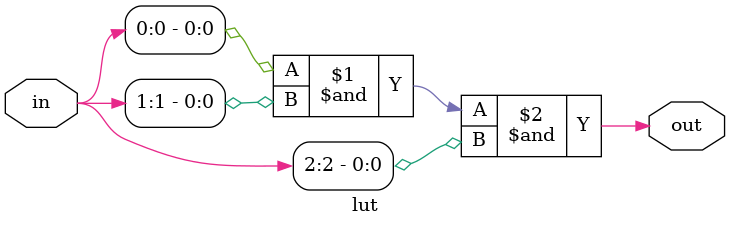
<source format=sv>
`timescale 1ns / 1ps

/* 3-Input AND 게이트로 LUT 사용 유도 */


module lut(
	input [2:0] in,
	output out
);


assign out = in[0] & in[1] & in[2];

endmodule

</source>
